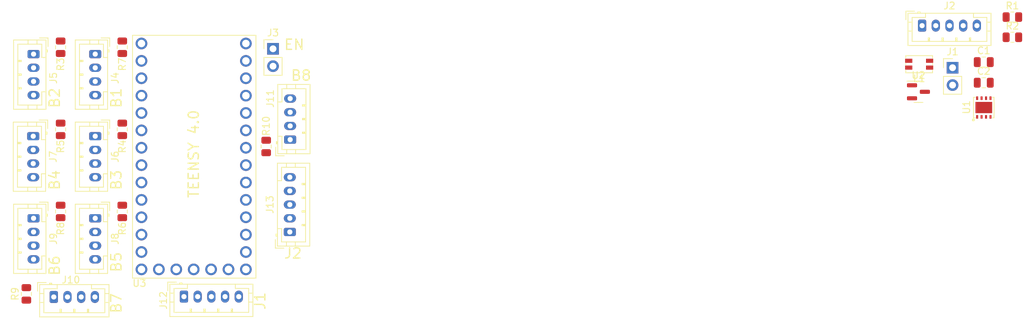
<source format=kicad_pcb>
(kicad_pcb (version 20221018) (generator pcbnew)
  (layers (0 "F.Cu" signal) (31 "B.Cu" signal) (34 "B.Paste" user) (35 "F.Paste" user) (36 "B.SilkS" user "B.Silkscreen") (37 "F.SilkS" user "F.Silkscreen") (38 "B.Mask" user) (39 "F.Mask" user) (44 "Edge.Cuts" user))
  (net 0 "")
  (net 1 "+5V")
  (net 2 "GND")
  (net 3 "Net-(J1-Pin_1)")
  (net 4 "/CAN/CAN_H")
  (net 5 "+12V")
  (net 6 "/CAN/CAN_L")
  (net 7 "Net-(J3-Pin_1)")
  (net 8 "/B1")
  (net 9 "/B1_LED_GND")
  (net 10 "/B2")
  (net 11 "/B2_LED_GND")
  (net 12 "/B3")
  (net 13 "/B3_LED_GND")
  (net 14 "/B4")
  (net 15 "/B4_LED_GND")
  (net 16 "/B5")
  (net 17 "/B5_LED_GND")
  (net 18 "/B6")
  (net 19 "/B6_LED_GND")
  (net 20 "/B7")
  (net 21 "/B7_LED_GND")
  (net 22 "/B8")
  (net 23 "/B8_LED_GND")
  (net 24 "/J1_SW")
  (net 25 "/J1_Y")
  (net 26 "/J1_X")
  (net 27 "/J2_SW")
  (net 28 "/J2_Y")
  (net 29 "/J2_X")
  (net 30 "Net-(U1-CANL)")
  (net 31 "Net-(U1-CANH)")
  (net 32 "Net-(U1-STB)")
  (net 33 "/CAN/CAN_TX")
  (net 34 "/CAN/CAN_RX")
  (footprint "Connector_JST:JST_PH_B4B-PH-K_1x04_P2.00mm_Vertical" (layer "F.Cu") (at 112.55 88 -90)
    (fp_text reference "J8" (at 3 -2.9 90) (layer "F.SilkS"))
    (fp_text value "BUTTON 5")
    (pad "1" thru_hole roundrect (at 0 0 270) (size 1.2 1.75) (drill 0.75) (layers "*.Cu" "*.Mask") (roundrect_rratio 0.208333) (net 16 "/B5"))
    (pad "2" thru_hole oval (at 2 0 270) (size 1.2 1.75) (drill 0.75) (layers "*.Cu" "*.Mask") (net 2 "GND"))
    (pad "3" thru_hole oval (at 4 0 270) (size 1.2 1.75) (drill 0.75) (layers "*.Cu" "*.Mask") (net 1 "+5V"))
    (pad "4" thru_hole oval (at 6 0 270) (size 1.2 1.75) (drill 0.75) (layers "*.Cu" "*.Mask") (net 17 "/B5_LED_GND"))
  )
  (footprint "Connector_PinHeader_2.54mm:PinHeader_1x02_P2.54mm_Vertical" (layer "F.Cu") (at 138.5 63.225)
    (fp_text reference "J3" (at 0 -2.33) (layer "F.SilkS"))
    (fp_text value "Conn_01x02")
    (pad "1" thru_hole rect (at 0 0) (size 1.7 1.7) (drill 1) (layers "*.Cu" "*.Mask") (net 7 "Net-(J3-Pin_1)"))
    (pad "2" thru_hole oval (at 0 2.54) (size 1.7 1.7) (drill 1) (layers "*.Cu" "*.Mask") (net 1 "+5V"))
  )
  (footprint "Package_TO_SOT_SMD:SOT-23" (layer "F.Cu") (at 232.7 69.51)
    (fp_text reference "U2" (at 0 -2.4) (layer "F.SilkS"))
    (fp_text value "PESD2CANFD24V-TR")
    (pad "1" smd roundrect (at -0.9375 -0.95) (size 1.475 0.6) (layers "F.Cu" "F.Paste" "F.Mask") (net 6 "/CAN/CAN_L"))
    (pad "2" smd roundrect (at -0.9375 0.95) (size 1.475 0.6) (layers "F.Cu" "F.Paste" "F.Mask") (net 4 "/CAN/CAN_H"))
    (pad "3" smd roundrect (at 0.9375 0) (size 1.475 0.6) (layers "F.Cu" "F.Paste" "F.Mask") (net 2 "GND"))
  )
  (footprint "Resistor_SMD:R_0805_2012Metric" (layer "F.Cu") (at 102.5 99.05 90)
    (fp_text reference "R9" (at 0 -1.65 90) (layer "F.SilkS"))
    (fp_text value "10k")
    (pad "1" smd roundrect (at -0.9125 0 90) (size 1.025 1.4) (layers "F.Cu" "F.Paste" "F.Mask") (roundrect_rratio 0.243902) (net 1 "+5V"))
    (pad "2" smd roundrect (at 0.9125 0 90) (size 1.025 1.4) (layers "F.Cu" "F.Paste" "F.Mask") (roundrect_rratio 0.243902) (net 20 "/B7"))
  )
  (footprint "EmSA:ACT1210-510-2P-TL00" (layer "F.Cu") (at 232.805 65.475)
    (fp_text reference "L1" (at 0 2.1) (layer "F.SilkS"))
    (fp_text value "ACT1210-510-2P-TL00")
    (pad "1" smd rect (at -1.525 -0.5) (size 1.05 0.6) (layers "F.Cu" "F.Paste" "F.Mask") (net 31 "Net-(U1-CANH)"))
    (pad "2" smd rect (at -1.525 0.5) (size 1.05 0.6) (layers "F.Cu" "F.Paste" "F.Mask") (net 30 "Net-(U1-CANL)"))
    (pad "3" smd rect (at 1.525 0.5) (size 1.05 0.6) (layers "F.Cu" "F.Paste" "F.Mask") (net 6 "/CAN/CAN_L"))
    (pad "4" smd rect (at 1.525 -0.5) (size 1.05 0.6) (layers "F.Cu" "F.Paste" "F.Mask") (net 4 "/CAN/CAN_H"))
  )
  (footprint "Connector_JST:JST_PH_B4B-PH-K_1x04_P2.00mm_Vertical" (layer "F.Cu") (at 103.55 64 -90)
    (fp_text reference "J5" (at 3.5 -2.9 90) (layer "F.SilkS"))
    (fp_text value "BUTTON 2")
    (pad "1" thru_hole roundrect (at 0 0 270) (size 1.2 1.75) (drill 0.75) (layers "*.Cu" "*.Mask") (roundrect_rratio 0.208333) (net 10 "/B2"))
    (pad "2" thru_hole oval (at 2 0 270) (size 1.2 1.75) (drill 0.75) (layers "*.Cu" "*.Mask") (net 2 "GND"))
    (pad "3" thru_hole oval (at 4 0 270) (size 1.2 1.75) (drill 0.75) (layers "*.Cu" "*.Mask") (net 1 "+5V"))
    (pad "4" thru_hole oval (at 6 0 270) (size 1.2 1.75) (drill 0.75) (layers "*.Cu" "*.Mask") (net 11 "/B2_LED_GND"))
  )
  (footprint "Resistor_SMD:R_0805_2012Metric" (layer "F.Cu") (at 107.5 63 90)
    (fp_text reference "R3" (at -2.5 0 90) (layer "F.SilkS"))
    (fp_text value "10k")
    (pad "1" smd roundrect (at -0.9125 0 90) (size 1.025 1.4) (layers "F.Cu" "F.Paste" "F.Mask") (roundrect_rratio 0.243902) (net 1 "+5V"))
    (pad "2" smd roundrect (at 0.9125 0 90) (size 1.025 1.4) (layers "F.Cu" "F.Paste" "F.Mask") (roundrect_rratio 0.243902) (net 10 "/B2"))
  )
  (footprint "Connector_JST:JST_PH_B5B-PH-K_1x05_P2.00mm_Vertical" (layer "F.Cu") (at 125.5 99.45)
    (fp_text reference "J12" (at -3 0.55 90) (layer "F.SilkS"))
    (fp_text value "JOYSTICK 1")
    (pad "1" thru_hole roundrect (at 0 0) (size 1.2 1.75) (drill 0.75) (layers "*.Cu" "*.Mask") (roundrect_rratio 0.208333) (net 24 "/J1_SW"))
    (pad "2" thru_hole oval (at 2 0) (size 1.2 1.75) (drill 0.75) (layers "*.Cu" "*.Mask") (net 25 "/J1_Y"))
    (pad "3" thru_hole oval (at 4 0) (size 1.2 1.75) (drill 0.75) (layers "*.Cu" "*.Mask") (net 26 "/J1_X"))
    (pad "4" thru_hole oval (at 6 0) (size 1.2 1.75) (drill 0.75) (layers "*.Cu" "*.Mask") (net 1 "+5V"))
    (pad "5" thru_hole oval (at 8 0) (size 1.2 1.75) (drill 0.75) (layers "*.Cu" "*.Mask") (net 2 "GND"))
  )
  (footprint "EmSA:HVSON8_0_65mm" (layer "F.Cu") (at 241.265 73.1725)
    (fp_text reference "U1" (at -1.55 -1.4 90) (layer "F.SilkS"))
    (fp_text value "TJA1462ATK-0Z")
    (pad "" smd rect (at 0.975 -1.3625) (size 2.45 1.65) (layers "F.Cu" "F.Paste" "F.Mask"))
    (pad "1" smd rect (at 0 0) (size 0.3 0.525) (layers "F.Cu" "F.Paste" "F.Mask") (net 33 "/CAN/CAN_TX"))
    (pad "2" smd rect (at 0.65 0) (size 0.3 0.525) (layers "F.Cu" "F.Paste" "F.Mask") (net 2 "GND"))
    (pad "3" smd rect (at 1.3 0) (size 0.3 0.525) (layers "F.Cu" "F.Paste" "F.Mask") (net 1 "+5V"))
    (pad "4" smd rect (at 1.95 0) (size 0.3 0.525) (layers "F.Cu" "F.Paste" "F.Mask") (net 34 "/CAN/CAN_RX"))
    (pad "5" smd rect (at 1.95 -2.725) (size 0.3 0.525) (layers "F.Cu" "F.Paste" "F.Mask") (net 1 "+5V"))
    (pad "6" smd rect (at 1.3 -2.725) (size 0.3 0.525) (layers "F.Cu" "F.Paste" "F.Mask") (net 30 "Net-(U1-CANL)"))
    (pad "7" smd rect (at 0.65 -2.725) (size 0.3 0.525) (layers "F.Cu" "F.Paste" "F.Mask") (net 31 "Net-(U1-CANH)"))
    (pad "8" smd rect (at 0 -2.725) (size 0.3 0.525) (layers "F.Cu" "F.Paste" "F.Mask") (net 32 "Net-(U1-STB)"))
  )
  (footprint "Britishideas:Teensy_4.0" (layer "F.Cu") (at 119.3 62.45)
    (fp_text reference "U3" (at -0.3 35.05 unlocked) (layer "F.SilkS"))
    (fp_text value "TEENSY 4.0")
    (fp_text user "TEENSY 4.0" (at 8.5 22.7 90 unlocked) (layer "F.SilkS") (effects (font (size 1.5 1.5) (thickness 0.2)) (justify left bottom)))
    (pad "1" thru_hole circle (at 0 0) (size 1.7 1.7) (drill 1.1) (layers "*.Cu" "*.Mask") (net 2 "GND"))
    (pad "2" thru_hole circle (at 0 2.54) (size 1.7 1.7) (drill 1.1) (layers "*.Cu" "*.Mask") (net 8 "/B1"))
    (pad "3" thru_hole circle (at 0 5.08) (size 1.7 1.7) (drill 1.1) (layers "*.Cu" "*.Mask") (net 9 "/B1_LED_GND"))
    (pad "4" thru_hole circle (at 0 7.62) (size 1.7 1.7) (drill 1.1) (layers "*.Cu" "*.Mask") (net 10 "/B2"))
    (pad "5" thru_hole circle (at 0 10.16) (size 1.7 1.7) (drill 1.1) (layers "*.Cu" "*.Mask") (net 11 "/B2_LED_GND"))
    (pad "6" thru_hole circle (at 0 12.7) (size 1.7 1.7) (drill 1.1) (layers "*.Cu" "*.Mask") (net 12 "/B3"))
    (pad "7" thru_hole circle (at 0 15.24) (size 1.7 1.7) (drill 1.1) (layers "*.Cu" "*.Mask") (net 13 "/B3_LED_GND"))
    (pad "8" thru_hole circle (at 0 17.78) (size 1.7 1.7) (drill 1.1) (layers "*.Cu" "*.Mask") (net 14 "/B4"))
    (pad "9" thru_hole circle (at 0 20.32) (size 1.7 1.7) (drill 1.1) (layers "*.Cu" "*.Mask") (net 15 "/B4_LED_GND"))
    (pad "10" thru_hole circle (at 0 22.86) (size 1.7 1.7) (drill 1.1) (layers "*.Cu" "*.Mask") (net 16 "/B5"))
    (pad "11" thru_hole circle (at 0 25.4) (size 1.7 1.7) (drill 1.1) (layers "*.Cu" "*.Mask") (net 17 "/B5_LED_GND"))
    (pad "12" thru_hole circle (at 0 27.94) (size 1.7 1.7) (drill 1.1) (layers "*.Cu" "*.Mask") (net 18 "/B6"))
    (pad "13" thru_hole circle (at 0 30.48) (size 1.7 1.7) (drill 1.1) (layers "*.Cu" "*.Mask") (net 19 "/B6_LED_GND"))
    (pad "14" thru_hole circle (at 0 33.02) (size 1.7 1.7) (drill 1.1) (layers "*.Cu" "*.Mask") (net 20 "/B7"))
    (pad "15" thru_hole circle (at 2.54 33.02) (size 1.7 1.7) (drill 1.1) (layers "*.Cu" "*.Mask"))
    (pad "16" thru_hole circle (at 5.08 33.02) (size 1.7 1.7) (drill 1.1) (layers "*.Cu" "*.Mask"))
    (pad "17" thru_hole circle (at 7.62 33.02) (size 1.7 1.7) (drill 1.1) (layers "*.Cu" "*.Mask") (net 2 "GND"))
    (pad "18" thru_hole circle (at 10.16 33.02) (size 1.7 1.7) (drill 1.1) (layers "*.Cu" "*.Mask"))
    (pad "19" thru_hole circle (at 12.7 33.02) (size 1.7 1.7) (drill 1.1) (layers "*.Cu" "*.Mask"))
    (pad "20" thru_hole circle (at 15.24 33.02) (size 1.7 1.7) (drill 1.1) (layers "*.Cu" "*.Mask") (net 21 "/B7_LED_GND"))
    (pad "21" thru_hole circle (at 15.24 30.48) (size 1.7 1.7) (drill 1.1) (layers "*.Cu" "*.Mask") (net 24 "/J1_SW"))
    (pad "22" thru_hole circle (at 15.24 27.94) (size 1.7 1.7) (drill 1.1) (layers "*.Cu" "*.Mask") (net 25 "/J1_Y"))
    (pad "23" thru_hole circle (at 15.24 25.4) (size 1.7 1.7) (drill 1.1) (layers "*.Cu" "*.Mask") (net 26 "/J1_X"))
    (pad "24" thru_hole circle (at 15.24 22.86) (size 1.7 1.7) (drill 1.1) (layers "*.Cu" "*.Mask") (net 27 "/J2_SW"))
    (pad "25" thru_hole circle (at 15.24 20.32) (size 1.7 1.7) (drill 1.1) (layers "*.Cu" "*.Mask") (net 28 "/J2_Y"))
    (pad "26" thru_hole circle (at 15.24 17.78) (size 1.7 1.7) (drill 1.1) (layers "*.Cu" "*.Mask") (net 29 "/J2_X"))
    (pad "27" thru_hole circle (at 15.24 15.24) (size 1.7 1.7) (drill 1.1) (layers "*.Cu" "*.Mask") (net 22 "/B8"))
    (pad "28" thru_hole circle (at 15.24 12.7) (size 1.7 1.7) (drill 1.1) (layers "*.Cu" "*.Mask") (net 23 "/B8_LED_GND"))
    (pad "29" thru_hole circle (at 15.24 10.16) (size 1.7 1.7) (drill 1.1) (layers "*.Cu" "*.Mask") (net 33 "/CAN/CAN_TX"))
    (pad "30" thru_hole circle (at 15.24 7.62) (size 1.7 1.7) (drill 1.1) (layers "*.Cu" "*.Mask") (net 34 "/CAN/CAN_RX"))
    (pad "31" thru_hole circle (at 15.24 5.08) (size 1.7 1.7) (drill 1.1) (layers "*.Cu" "*.Mask"))
    (pad "32" thru_hole circle (at 15.24 2.54) (size 1.7 1.7) (drill 1.1) (layers "*.Cu" "*.Mask") (net 2 "GND"))
    (pad "33" thru_hole circle (at 15.24 0) (size 1.7 1.7) (drill 1.1) (layers "*.Cu" "*.Mask") (net 7 "Net-(J3-Pin_1)"))
  )
  (footprint "Connector_JST:JST_PH_B5B-PH-K_1x05_P2.00mm_Vertical" (layer "F.Cu") (at 140.95 90 90)
    (fp_text reference "J13" (at 4 -2.9 90) (layer "F.SilkS"))
    (fp_text value "JOYSTICK 2")
    (pad "1" thru_hole roundrect (at 0 0 90) (size 1.2 1.75) (drill 0.75) (layers "*.Cu" "*.Mask") (roundrect_rratio 0.208333) (net 27 "/J2_SW"))
    (pad "2" thru_hole oval (at 2 0 90) (size 1.2 1.75) (drill 0.75) (layers "*.Cu" "*.Mask") (net 28 "/J2_Y"))
    (pad "3" thru_hole oval (at 4 0 90) (size 1.2 1.75) (drill 0.75) (layers "*.Cu" "*.Mask") (net 29 "/J2_X"))
    (pad "4" thru_hole oval (at 6 0 90) (size 1.2 1.75) (drill 0.75) (layers "*.Cu" "*.Mask") (net 1 "+5V"))
    (pad "5" thru_hole oval (at 8 0 90) (size 1.2 1.75) (drill 0.75) (layers "*.Cu" "*.Mask") (net 2 "GND"))
  )
  (footprint "Resistor_SMD:R_0805_2012Metric" (layer "F.Cu") (at 107.5 75 -90)
    (fp_text reference "R5" (at 2.5 0 90) (layer "F.SilkS"))
    (fp_text value "10k")
    (pad "1" smd roundrect (at -0.9125 0 270) (size 1.025 1.4) (layers "F.Cu" "F.Paste" "F.Mask") (roundrect_rratio 0.243902) (net 1 "+5V"))
    (pad "2" smd roundrect (at 0.9125 0 270) (size 1.025 1.4) (layers "F.Cu" "F.Paste" "F.Mask") (roundrect_rratio 0.243902) (net 14 "/B4"))
  )
  (footprint "Resistor_SMD:R_0805_2012Metric" (layer "F.Cu") (at 107.5 87 -90)
    (fp_text reference "R8" (at 2.5 0 90) (layer "F.SilkS"))
    (fp_text value "10k")
    (pad "1" smd roundrect (at -0.9125 0 270) (size 1.025 1.4) (layers "F.Cu" "F.Paste" "F.Mask") (roundrect_rratio 0.243902) (net 1 "+5V"))
    (pad "2" smd roundrect (at 0.9125 0 270) (size 1.025 1.4) (layers "F.Cu" "F.Paste" "F.Mask") (roundrect_rratio 0.243902) (net 18 "/B6"))
  )
  (footprint "Resistor_SMD:R_0805_2012Metric" (layer "F.Cu") (at 137.5 77.5 90)
    (fp_text reference "R10" (at 3 0 90) (layer "F.SilkS"))
    (fp_text value "10k")
    (pad "1" smd roundrect (at -0.9125 0 90) (size 1.025 1.4) (layers "F.Cu" "F.Paste" "F.Mask") (roundrect_rratio 0.243902) (net 1 "+5V"))
    (pad "2" smd roundrect (at 0.9125 0 90) (size 1.025 1.4) (layers "F.Cu" "F.Paste" "F.Mask") (roundrect_rratio 0.243902) (net 22 "/B8"))
  )
  (footprint "Resistor_SMD:R_0805_2012Metric" (layer "F.Cu") (at 116.5 87 -90)
    (fp_text reference "R6" (at 2.5 0 90) (layer "F.SilkS"))
    (fp_text value "10k")
    (pad "1" smd roundrect (at -0.9125 0 270) (size 1.025 1.4) (layers "F.Cu" "F.Paste" "F.Mask") (roundrect_rratio 0.243902) (net 1 "+5V"))
    (pad "2" smd roundrect (at 0.9125 0 270) (size 1.025 1.4) (layers "F.Cu" "F.Paste" "F.Mask") (roundrect_rratio 0.243902) (net 16 "/B5"))
  )
  (footprint "Connector_JST:JST_PH_B4B-PH-K_1x04_P2.00mm_Vertical" (layer "F.Cu") (at 103.55 88 -90)
    (fp_text reference "J9" (at 3 -2.9 90) (layer "F.SilkS"))
    (fp_text value "BUTTON 6")
    (pad "1" thru_hole roundrect (at 0 0 270) (size 1.2 1.75) (drill 0.75) (layers "*.Cu" "*.Mask") (roundrect_rratio 0.208333) (net 18 "/B6"))
    (pad "2" thru_hole oval (at 2 0 270) (size 1.2 1.75) (drill 0.75) (layers "*.Cu" "*.Mask") (net 2 "GND"))
    (pad "3" thru_hole oval (at 4 0 270) (size 1.2 1.75) (drill 0.75) (layers "*.Cu" "*.Mask") (net 1 "+5V"))
    (pad "4" thru_hole oval (at 6 0 270) (size 1.2 1.75) (drill 0.75) (layers "*.Cu" "*.Mask") (net 19 "/B6_LED_GND"))
  )
  (footprint "Resistor_SMD:R_0805_2012Metric" (layer "F.Cu") (at 116.5 63 -90)
    (fp_text reference "R7" (at 2.5 0 90) (layer "F.SilkS"))
    (fp_text value "10k")
    (pad "1" smd roundrect (at -0.9125 0 270) (size 1.025 1.4) (layers "F.Cu" "F.Paste" "F.Mask") (roundrect_rratio 0.243902) (net 1 "+5V"))
    (pad "2" smd roundrect (at 0.9125 0 270) (size 1.025 1.4) (layers "F.Cu" "F.Paste" "F.Mask") (roundrect_rratio 0.243902) (net 8 "/B1"))
  )
  (footprint "Resistor_SMD:R_0805_2012Metric" (layer "F.Cu") (at 246.41 58.59)
    (fp_text reference "R1" (at 0 -1.65) (layer "F.SilkS"))
    (fp_text value "10k")
    (pad "1" smd roundrect (at -0.9125 0) (size 1.025 1.4) (layers "F.Cu" "F.Paste" "F.Mask") (roundrect_rratio 0.243902) (net 2 "GND"))
    (pad "2" smd roundrect (at 0.9125 0) (size 1.025 1.4) (layers "F.Cu" "F.Paste" "F.Mask") (roundrect_rratio 0.243902) (net 32 "Net-(U1-STB)"))
  )
  (footprint "Connector_JST:JST_PH_B4B-PH-K_1x04_P2.00mm_Vertical" (layer "F.Cu") (at 112.55 76 -90)
    (fp_text reference "J6" (at 3 -2.9 90) (layer "F.SilkS"))
    (fp_text value "BUTTON 3")
    (pad "1" thru_hole roundrect (at 0 0 270) (size 1.2 1.75) (drill 0.75) (layers "*.Cu" "*.Mask") (roundrect_rratio 0.208333) (net 12 "/B3"))
    (pad "2" thru_hole oval (at 2 0 270) (size 1.2 1.75) (drill 0.75) (layers "*.Cu" "*.Mask") (net 2 "GND"))
    (pad "3" thru_hole oval (at 4 0 270) (size 1.2 1.75) (drill 0.75) (layers "*.Cu" "*.Mask") (net 1 "+5V"))
    (pad "4" thru_hole oval (at 6 0 270) (size 1.2 1.75) (drill 0.75) (layers "*.Cu" "*.Mask") (net 13 "/B3_LED_GND"))
  )
  (footprint "Resistor_SMD:R_0805_2012Metric" (layer "F.Cu") (at 116.5 75 -90)
    (fp_text reference "R4" (at 2.5 0 90) (layer "F.SilkS"))
    (fp_text value "10k")
    (pad "1" smd roundrect (at -0.9125 0 270) (size 1.025 1.4) (layers "F.Cu" "F.Paste" "F.Mask") (roundrect_rratio 0.243902) (net 1 "+5V"))
    (pad "2" smd roundrect (at 0.9125 0 270) (size 1.025 1.4) (layers "F.Cu" "F.Paste" "F.Mask") (roundrect_rratio 0.243902) (net 12 "/B3"))
  )
  (footprint "Connector_JST:JST_PH_B4B-PH-K_1x04_P2.00mm_Vertical" (layer "F.Cu") (at 106.5 99.5)
    (fp_text reference "J10" (at 2.5 -2.5 180) (layer "F.SilkS"))
    (fp_text value "BUTTON 7")
    (pad "1" thru_hole roundrect (at 0 0) (size 1.2 1.75) (drill 0.75) (layers "*.Cu" "*.Mask") (roundrect_rratio 0.208333) (net 20 "/B7"))
    (pad "2" thru_hole oval (at 2 0) (size 1.2 1.75) (drill 0.75) (layers "*.Cu" "*.Mask") (net 2 "GND"))
    (pad "3" thru_hole oval (at 4 0) (size 1.2 1.75) (drill 0.75) (layers "*.Cu" "*.Mask") (net 1 "+5V"))
    (pad "4" thru_hole oval (at 6 0) (size 1.2 1.75) (drill 0.75) (layers "*.Cu" "*.Mask") (net 21 "/B7_LED_GND"))
  )
  (footprint "Capacitor_SMD:C_0805_2012Metric" (layer "F.Cu") (at 242.23 68.18)
    (fp_text reference "C2" (at 0 -1.68) (layer "F.SilkS"))
    (fp_text value "100n")
    (pad "1" smd roundrect (at -0.95 0) (size 1 1.45) (layers "F.Cu" "F.Paste" "F.Mask") (net 1 "+5V"))
    (pad "2" smd roundrect (at 0.95 0) (size 1 1.45) (layers "F.Cu" "F.Paste" "F.Mask") (net 2 "GND"))
  )
  (footprint "Connector_PinHeader_2.54mm:PinHeader_1x02_P2.54mm_Vertical" (layer "F.Cu") (at 237.68 65.99)
    (fp_text reference "J1" (at 0 -2.33) (layer "F.SilkS"))
    (fp_text value "TERM")
    (pad "1" thru_hole rect (at 0 0) (size 1.7 1.7) (drill 1) (layers "*.Cu" "*.Mask") (net 3 "Net-(J1-Pin_1)"))
    (pad "2" thru_hole oval (at 0 2.54) (size 1.7 1.7) (drill 1) (layers "*.Cu" "*.Mask") (net 4 "/CAN/CAN_H"))
  )
  (footprint "Connector_JST:JST_PH_B4B-PH-K_1x04_P2.00mm_Vertical" (layer "F.Cu") (at 141 76.5 90)
    (fp_text reference "J11" (at 6 -2.9 90) (layer "F.SilkS"))
    (fp_text value "BUTTON 8")
    (pad "1" thru_hole roundrect (at 0 0 90) (size 1.2 1.75) (drill 0.75) (layers "*.Cu" "*.Mask") (roundrect_rratio 0.208333) (net 22 "/B8"))
    (pad "2" thru_hole oval (at 2 0 90) (size 1.2 1.75) (drill 0.75) (layers "*.Cu" "*.Mask") (net 2 "GND"))
    (pad "3" thru_hole oval (at 4 0 90) (size 1.2 1.75) (drill 0.75) (layers "*.Cu" "*.Mask") (net 1 "+5V"))
    (pad "4" thru_hole oval (at 6 0 90) (size 1.2 1.75) (drill 0.75) (layers "*.Cu" "*.Mask") (net 23 "/B8_LED_GND"))
  )
  (footprint "Connector_JST:JST_PH_B4B-PH-K_1x04_P2.00mm_Vertical" (layer "F.Cu") (at 112.55 64 -90)
    (fp_text reference "J4" (at 3.5 -2.9 90) (layer "F.SilkS"))
    (fp_text value "BUTTON 1")
    (pad "1" thru_hole roundrect (at 0 0 270) (size 1.2 1.75) (drill 0.75) (layers "*.Cu" "*.Mask") (roundrect_rratio 0.208333) (net 8 "/B1"))
    (pad "2" thru_hole oval (at 2 0 270) (size 1.2 1.75) (drill 0.75) (layers "*.Cu" "*.Mask") (net 2 "GND"))
    (pad "3" thru_hole oval (at 4 0 270) (size 1.2 1.75) (drill 0.75) (layers "*.Cu" "*.Mask") (net 1 "+5V"))
    (pad "4" thru_hole oval (at 6 0 270) (size 1.2 1.75) (drill 0.75) (layers "*.Cu" "*.Mask") (net 9 "/B1_LED_GND"))
  )
  (footprint "Connector_JST:JST_PH_B4B-PH-K_1x04_P2.00mm_Vertical" (layer "F.Cu") (at 103.5 76 -90)
    (fp_text reference "J7" (at 3 -2.9 90) (layer "F.SilkS"))
    (fp_text value "BUTTON 4")
    (pad "1" thru_hole roundrect (at 0 0 270) (size 1.2 1.75) (drill 0.75) (layers "*.Cu" "*.Mask") (roundrect_rratio 0.208333) (net 14 "/B4"))
    (pad "2" thru_hole oval (at 2 0 270) (size 1.2 1.75) (drill 0.75) (layers "*.Cu" "*.Mask") (net 2 "GND"))
    (pad "3" thru_hole oval (at 4 0 270) (size 1.2 1.75) (drill 0.75) (layers "*.Cu" "*.Mask") (net 1 "+5V"))
    (pad "4" thru_hole oval (at 6 0 270) (size 1.2 1.75) (drill 0.75) (layers "*.Cu" "*.Mask") (net 15 "/B4_LED_GND"))
  )
  (footprint "Connector_JST:JST_PH_B5B-PH-K_1x05_P2.00mm_Vertical" (layer "F.Cu") (at 233.23 59.84)
    (fp_text reference "J2" (at 4 -2.9) (layer "F.SilkS"))
    (fp_text value "CAN BUS")
    (pad "1" thru_hole roundrect (at 0 0) (size 1.2 1.75) (drill 0.75) (layers "*.Cu" "*.Mask") (roundrect_rratio 0.208333) (net 5 "+12V"))
    (pad "2" thru_hole oval (at 2 0) (size 1.2 1.75) (drill 0.75) (layers "*.Cu" "*.Mask") (net 1 "+5V"))
    (pad "3" thru_hole oval (at 4 0) (size 1.2 1.75) (drill 0.75) (layers "*.Cu" "*.Mask") (net 4 "/CAN/CAN_H"))
    (pad "4" thru_hole oval (at 6 0) (size 1.2 1.75) (drill 0.75) (layers "*.Cu" "*.Mask") (net 6 "/CAN/CAN_L"))
    (pad "5" thru_hole oval (at 8 0) (size 1.2 1.75) (drill 0.75) (layers "*.Cu" "*.Mask") (net 2 "GND"))
  )
  (footprint "Capacitor_SMD:C_0805_2012Metric" (layer "F.Cu") (at 242.23 65.17)
    (fp_text reference "C1" (at 0 -1.68) (layer "F.SilkS"))
    (fp_text value "100n")
    (pad "1" smd roundrect (at -0.95 0) (size 1 1.45) (layers "F.Cu" "F.Paste" "F.Mask") (net 1 "+5V"))
    (pad "2" smd roundrect (at 0.95 0) (size 1 1.45) (layers "F.Cu" "F.Paste" "F.Mask") (net 2 "GND"))
  )
  (footprint "Resistor_SMD:R_0805_2012Metric" (layer "F.Cu") (at 246.41 61.54)
    (fp_text reference "R2" (at 0 -1.65) (layer "F.SilkS"))
    (fp_text value "120")
    (pad "1" smd roundrect (at -0.9125 0) (size 1.025 1.4) (layers "F.Cu" "F.Paste" "F.Mask") (roundrect_rratio 0.243902) (net 6 "/CAN/CAN_L"))
    (pad "2" smd roundrect (at 0.9125 0) (size 1.025 1.4) (layers "F.Cu" "F.Paste" "F.Mask") (roundrect_rratio 0.243902) (net 3 "Net-(J1-Pin_1)"))
  )
  (gr_text "B3" (at 116.5 84 90) (layer "F.SilkS") (effects (font (size 1.5 1.5) (thickness 0.2)) (justify left bottom)))
  (gr_text "EN" (at 140 63.5) (layer "F.SilkS") (effects (font (size 1.5 1.5) (thickness 0.2)) (justify left bottom)))
  (gr_text "B7" (at 116.5 102 90) (layer "F.SilkS") (effects (font (size 1.5 1.5) (thickness 0.2)) (justify left bottom)))
  (gr_text "B6" (at 107.5 96.5 90) (layer "F.SilkS") (effects (font (size 1.5 1.5) (thickness 0.2)) (justify left bottom)))
  (gr_text "B1" (at 116.5 72 90) (layer "F.SilkS") (effects (font (size 1.5 1.5) (thickness 0.2)) (justify left bottom)))
  (gr_text "J1" (at 137.5 101.5 90) (layer "F.SilkS") (effects (font (size 1.5 1.5) (thickness 0.2)) (justify left bottom)))
  (gr_text "B5" (at 116.5 96 90) (layer "F.SilkS") (effects (font (size 1.5 1.5) (thickness 0.2)) (justify left bottom)))
  (gr_text "B2" (at 107.5 72 90) (layer "F.SilkS") (effects (font (size 1.5 1.5) (thickness 0.2)) (justify left bottom)))
  (gr_text "B8" (at 141 68) (layer "F.SilkS") (effects (font (size 1.5 1.5) (thickness 0.2)) (justify left bottom)))
  (gr_text "J2" (at 140 94) (layer "F.SilkS") (effects (font (size 1.5 1.5) (thickness 0.2)) (justify left bottom)))
  (gr_text "B4" (at 107.5 84 90) (layer "F.SilkS") (effects (font (size 1.5 1.5) (thickness 0.2)) (justify left bottom)))
)
</source>
